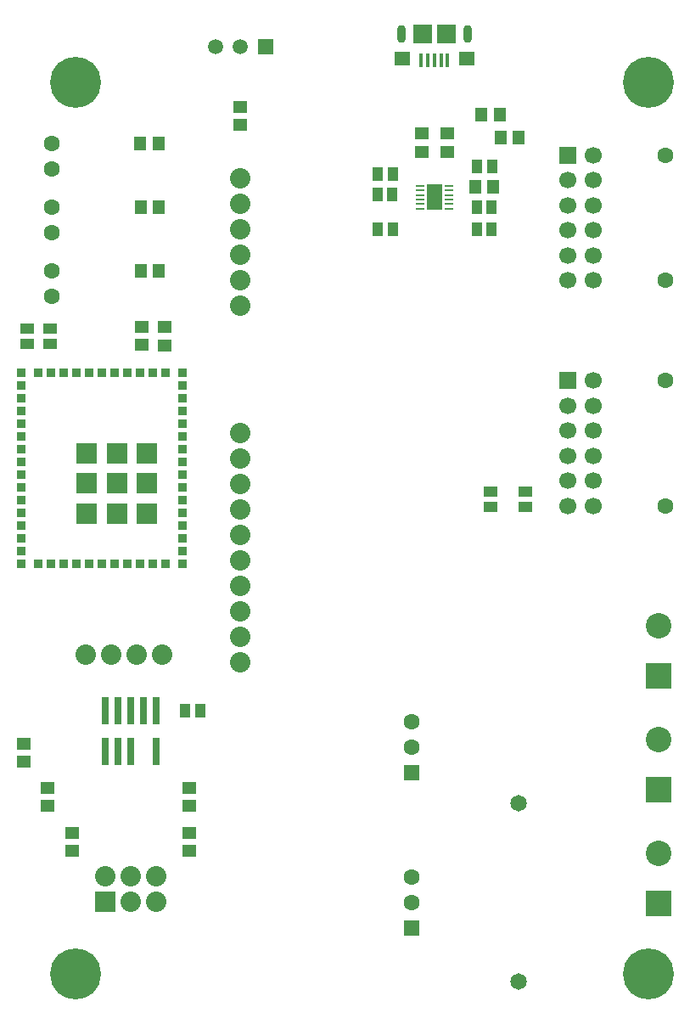
<source format=gbr>
G04*
G04 #@! TF.GenerationSoftware,Altium Limited,Altium Designer,23.2.1 (34)*
G04*
G04 Layer_Color=255*
%FSLAX44Y44*%
%MOMM*%
G71*
G04*
G04 #@! TF.SameCoordinates,EBB66B4E-3AAD-41E4-A5C9-C65D96049EEA*
G04*
G04*
G04 #@! TF.FilePolarity,Positive*
G04*
G01*
G75*
%ADD15R,1.2000X1.4000*%
%ADD19R,0.7400X2.7900*%
%ADD20R,1.4000X1.2000*%
%ADD21R,1.4000X1.1000*%
%ADD22R,1.1000X1.4000*%
G04:AMPARAMS|DCode=23|XSize=0.84mm|YSize=0.25mm|CornerRadius=0.0313mm|HoleSize=0mm|Usage=FLASHONLY|Rotation=180.000|XOffset=0mm|YOffset=0mm|HoleType=Round|Shape=RoundedRectangle|*
%AMROUNDEDRECTD23*
21,1,0.8400,0.1875,0,0,180.0*
21,1,0.7775,0.2500,0,0,180.0*
1,1,0.0625,-0.3888,0.0938*
1,1,0.0625,0.3888,0.0938*
1,1,0.0625,0.3888,-0.0938*
1,1,0.0625,-0.3888,-0.0938*
%
%ADD23ROUNDEDRECTD23*%
%ADD24R,1.9000X1.9000*%
%ADD25R,1.6000X1.4000*%
%ADD26R,0.4000X1.3500*%
%ADD31R,2.0000X2.0000*%
%ADD41C,0.5842*%
%ADD52C,1.7000*%
%ADD56C,1.6000*%
%ADD60R,0.9000X0.9000*%
%ADD61R,0.9000X0.9000*%
%ADD62R,1.6000X2.5000*%
%ADD69R,1.7000X1.7000*%
%ADD70C,2.0320*%
%ADD71R,2.0320X2.0320*%
%ADD72O,0.9000X1.8000*%
%ADD73C,1.6000*%
%ADD74R,1.6000X1.6000*%
%ADD75C,1.6500*%
%ADD76R,2.5400X2.5400*%
%ADD77C,2.5400*%
%ADD78R,1.5000X1.5000*%
%ADD79C,1.5000*%
%ADD80C,5.0800*%
D15*
X563880Y897890D02*
D03*
X581880D02*
D03*
X544610Y920750D02*
D03*
X562610D02*
D03*
X538370Y848360D02*
D03*
X556370D02*
D03*
X222470Y764540D02*
D03*
X204470D02*
D03*
X222470Y828040D02*
D03*
X204470D02*
D03*
X222250Y891540D02*
D03*
X204250D02*
D03*
D19*
X219710Y326450D02*
D03*
Y285750D02*
D03*
X207010Y326450D02*
D03*
X194310D02*
D03*
Y285750D02*
D03*
X181610Y326450D02*
D03*
Y285750D02*
D03*
X168910Y326450D02*
D03*
Y285750D02*
D03*
D20*
X228600Y708660D02*
D03*
Y690660D02*
D03*
X205740Y708880D02*
D03*
Y690880D02*
D03*
X111760Y249140D02*
D03*
Y231140D02*
D03*
X135890Y204690D02*
D03*
Y186690D02*
D03*
X87630Y293590D02*
D03*
Y275590D02*
D03*
X510540Y901700D02*
D03*
Y883700D02*
D03*
X485140Y901700D02*
D03*
Y883700D02*
D03*
X252730Y249140D02*
D03*
Y231140D02*
D03*
Y186470D02*
D03*
Y204470D02*
D03*
X303530Y928370D02*
D03*
Y910370D02*
D03*
D21*
X588010Y529590D02*
D03*
Y544590D02*
D03*
X553720Y529470D02*
D03*
Y544470D02*
D03*
X114300Y692270D02*
D03*
Y707270D02*
D03*
X91440Y692150D02*
D03*
Y707150D02*
D03*
D22*
X539870Y868680D02*
D03*
X554870D02*
D03*
X455810Y861060D02*
D03*
X440810D02*
D03*
X455690Y840740D02*
D03*
X440690D02*
D03*
X539750Y828040D02*
D03*
X554750D02*
D03*
X455930Y806450D02*
D03*
X440930D02*
D03*
X539750D02*
D03*
X554750D02*
D03*
X248920Y326390D02*
D03*
X263920D02*
D03*
D23*
X483490Y826950D02*
D03*
Y831450D02*
D03*
Y835950D02*
D03*
Y840450D02*
D03*
Y844950D02*
D03*
Y849450D02*
D03*
X512190D02*
D03*
Y844950D02*
D03*
Y840450D02*
D03*
Y835950D02*
D03*
Y831450D02*
D03*
Y826950D02*
D03*
D24*
X485590Y1001130D02*
D03*
X509590D02*
D03*
D25*
X465590Y976630D02*
D03*
X529590D02*
D03*
D26*
X484590Y974380D02*
D03*
X491090D02*
D03*
X497590D02*
D03*
X504090D02*
D03*
X510590D02*
D03*
D31*
X210740Y522690D02*
D03*
Y552690D02*
D03*
Y582690D02*
D03*
X180740Y522690D02*
D03*
Y552690D02*
D03*
Y582690D02*
D03*
X150740Y522690D02*
D03*
Y552690D02*
D03*
Y582690D02*
D03*
D41*
X150740Y529190D02*
D03*
X144240Y522690D02*
D03*
X150740Y516190D02*
D03*
X157240Y522690D02*
D03*
X174240D02*
D03*
X180740Y516190D02*
D03*
X187240Y522690D02*
D03*
X180740Y529190D02*
D03*
X210740D02*
D03*
Y516190D02*
D03*
X217240Y522690D02*
D03*
X204240D02*
D03*
X180990Y559190D02*
D03*
X174240Y552690D02*
D03*
X180740Y546190D02*
D03*
X187240Y552690D02*
D03*
X144240D02*
D03*
X150740Y546190D02*
D03*
X157240Y552690D02*
D03*
X150740Y559190D02*
D03*
Y589190D02*
D03*
X144240Y582690D02*
D03*
X150740Y576190D02*
D03*
X157240Y582690D02*
D03*
X174240D02*
D03*
X180740Y576190D02*
D03*
X187240Y582690D02*
D03*
X180740Y589190D02*
D03*
X210740D02*
D03*
X204240Y582690D02*
D03*
X217240D02*
D03*
X210740Y576190D02*
D03*
X210990Y559190D02*
D03*
X204240Y552690D02*
D03*
X217240D02*
D03*
X210740Y546190D02*
D03*
D52*
X655910Y530320D02*
D03*
Y555320D02*
D03*
Y580320D02*
D03*
Y605320D02*
D03*
Y630320D02*
D03*
Y655320D02*
D03*
X630910Y530320D02*
D03*
Y555320D02*
D03*
Y580320D02*
D03*
Y605320D02*
D03*
Y630320D02*
D03*
Y855110D02*
D03*
Y830110D02*
D03*
Y805110D02*
D03*
Y780110D02*
D03*
Y755110D02*
D03*
X655910Y880110D02*
D03*
Y855110D02*
D03*
Y830110D02*
D03*
Y805110D02*
D03*
Y780110D02*
D03*
Y755110D02*
D03*
D56*
X727710Y530320D02*
D03*
Y655320D02*
D03*
X115570Y739140D02*
D03*
Y764540D02*
D03*
Y802640D02*
D03*
Y828040D02*
D03*
Y866140D02*
D03*
Y891540D02*
D03*
X727710Y880110D02*
D03*
Y755110D02*
D03*
D60*
X246240Y472450D02*
D03*
Y485140D02*
D03*
Y497840D02*
D03*
Y510540D02*
D03*
Y523240D02*
D03*
Y535940D02*
D03*
Y548640D02*
D03*
Y561340D02*
D03*
Y574040D02*
D03*
Y586740D02*
D03*
Y599440D02*
D03*
Y612140D02*
D03*
Y624840D02*
D03*
Y637540D02*
D03*
Y650240D02*
D03*
Y662930D02*
D03*
X85240D02*
D03*
Y650240D02*
D03*
Y637540D02*
D03*
Y624840D02*
D03*
Y612140D02*
D03*
Y599440D02*
D03*
Y586740D02*
D03*
Y574040D02*
D03*
Y561340D02*
D03*
Y548640D02*
D03*
Y535940D02*
D03*
Y523240D02*
D03*
Y510540D02*
D03*
Y497840D02*
D03*
Y485140D02*
D03*
Y472450D02*
D03*
D61*
X229240Y662930D02*
D03*
X216540D02*
D03*
X203840D02*
D03*
X191140D02*
D03*
X178440D02*
D03*
X165740D02*
D03*
X153040D02*
D03*
X140340D02*
D03*
X127640D02*
D03*
X114940D02*
D03*
X102240D02*
D03*
Y472450D02*
D03*
X114940D02*
D03*
X127640D02*
D03*
X140340D02*
D03*
X153040D02*
D03*
X165740D02*
D03*
X178440D02*
D03*
X191140D02*
D03*
X203840D02*
D03*
X216540D02*
D03*
X229240D02*
D03*
D62*
X497840Y838200D02*
D03*
D69*
X630910Y655320D02*
D03*
Y880110D02*
D03*
D70*
X303530Y552450D02*
D03*
Y527050D02*
D03*
Y577850D02*
D03*
Y603250D02*
D03*
Y501650D02*
D03*
Y374650D02*
D03*
Y476250D02*
D03*
Y400050D02*
D03*
Y425450D02*
D03*
Y450850D02*
D03*
X226060Y382270D02*
D03*
X200660D02*
D03*
X175260D02*
D03*
X149860D02*
D03*
X303530Y730250D02*
D03*
Y755650D02*
D03*
Y781050D02*
D03*
Y806450D02*
D03*
Y831850D02*
D03*
Y857250D02*
D03*
X194310Y135890D02*
D03*
X219710D02*
D03*
Y161290D02*
D03*
X194310D02*
D03*
X168910D02*
D03*
D71*
Y135890D02*
D03*
D72*
X464590Y1001130D02*
D03*
X530590D02*
D03*
D73*
X474980Y314960D02*
D03*
Y289560D02*
D03*
Y160020D02*
D03*
Y134620D02*
D03*
D74*
Y264160D02*
D03*
Y109220D02*
D03*
D75*
X581660Y233680D02*
D03*
Y55880D02*
D03*
D76*
X721360Y360680D02*
D03*
Y247650D02*
D03*
Y134112D02*
D03*
D77*
Y410718D02*
D03*
Y297688D02*
D03*
Y184150D02*
D03*
D78*
X328930Y988060D02*
D03*
D79*
X303930D02*
D03*
X278930D02*
D03*
D80*
X711200Y63500D02*
D03*
Y952500D02*
D03*
X139700D02*
D03*
Y63500D02*
D03*
M02*

</source>
